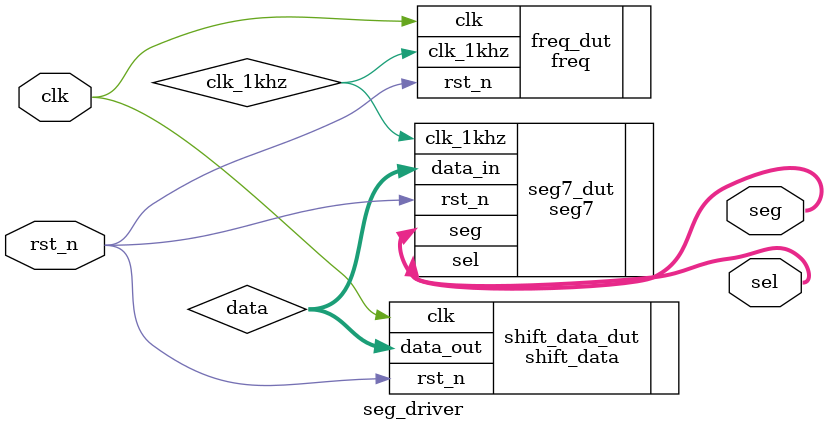
<source format=v>
module seg_driver(clk, rst_n, /*data_in,*/ sel, seg);

	input clk;					//系统时钟：50MHZ
	input rst_n;				//系统复位：低电平有效
//	input [23:0] data_in;	//输入数据：24位(一个数码管需要4位二进制数)
	
	output [2:0] sel;			//数码管位选信号
	output [7:0] seg;			//数码管段选信号
	
	wire clk_1khz;				//中间连线信号
	wire [23:0] data;			//中间连线信号

	//分频模块：50MHZ---->1KHZ
	freq freq_dut(
		.clk(clk), 
		.rst_n(rst_n), 
		.clk_1khz(clk_1khz)
	);
	
	//移位数据产生模块：HELLO
	shift_data shift_data_dut(		//#(.cnt_num(4))
		.clk(clk), 
		.rst_n(rst_n), 
		.data_out(data)
	);
	
	//数码管驱动模块：6个数码管同时显示190905
	seg7 seg7_dut(
		.clk_1khz(clk_1khz), 
		.rst_n(rst_n), 
		.data_in(data), 
		.sel(sel), 
		.seg(seg)
	);

endmodule 

</source>
